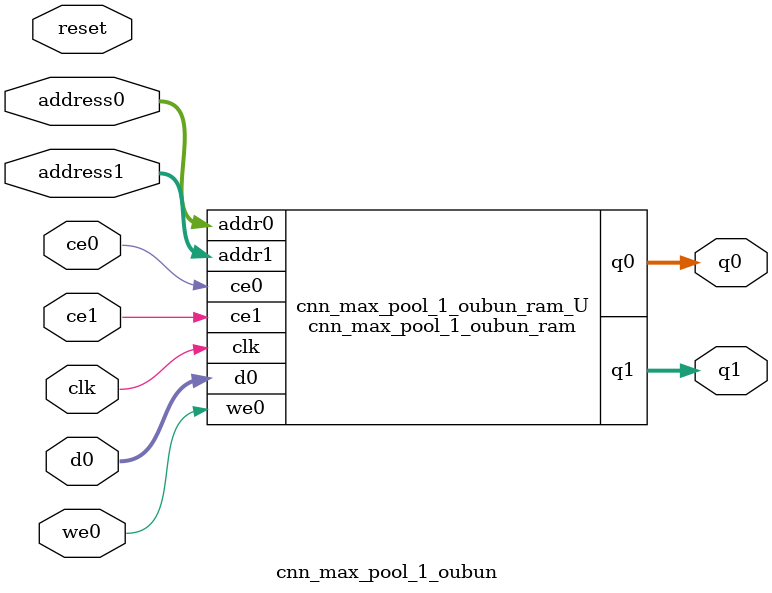
<source format=v>
`timescale 1 ns / 1 ps
module cnn_max_pool_1_oubun_ram (addr0, ce0, d0, we0, q0, addr1, ce1, q1,  clk);

parameter DWIDTH = 14;
parameter AWIDTH = 10;
parameter MEM_SIZE = 1014;

input[AWIDTH-1:0] addr0;
input ce0;
input[DWIDTH-1:0] d0;
input we0;
output reg[DWIDTH-1:0] q0;
input[AWIDTH-1:0] addr1;
input ce1;
output reg[DWIDTH-1:0] q1;
input clk;

(* ram_style = "block" *)reg [DWIDTH-1:0] ram[0:MEM_SIZE-1];




always @(posedge clk)  
begin 
    if (ce0) 
    begin
        if (we0) 
        begin 
            ram[addr0] <= d0; 
        end 
        q0 <= ram[addr0];
    end
end


always @(posedge clk)  
begin 
    if (ce1) 
    begin
        q1 <= ram[addr1];
    end
end


endmodule

`timescale 1 ns / 1 ps
module cnn_max_pool_1_oubun(
    reset,
    clk,
    address0,
    ce0,
    we0,
    d0,
    q0,
    address1,
    ce1,
    q1);

parameter DataWidth = 32'd14;
parameter AddressRange = 32'd1014;
parameter AddressWidth = 32'd10;
input reset;
input clk;
input[AddressWidth - 1:0] address0;
input ce0;
input we0;
input[DataWidth - 1:0] d0;
output[DataWidth - 1:0] q0;
input[AddressWidth - 1:0] address1;
input ce1;
output[DataWidth - 1:0] q1;



cnn_max_pool_1_oubun_ram cnn_max_pool_1_oubun_ram_U(
    .clk( clk ),
    .addr0( address0 ),
    .ce0( ce0 ),
    .we0( we0 ),
    .d0( d0 ),
    .q0( q0 ),
    .addr1( address1 ),
    .ce1( ce1 ),
    .q1( q1 ));

endmodule


</source>
